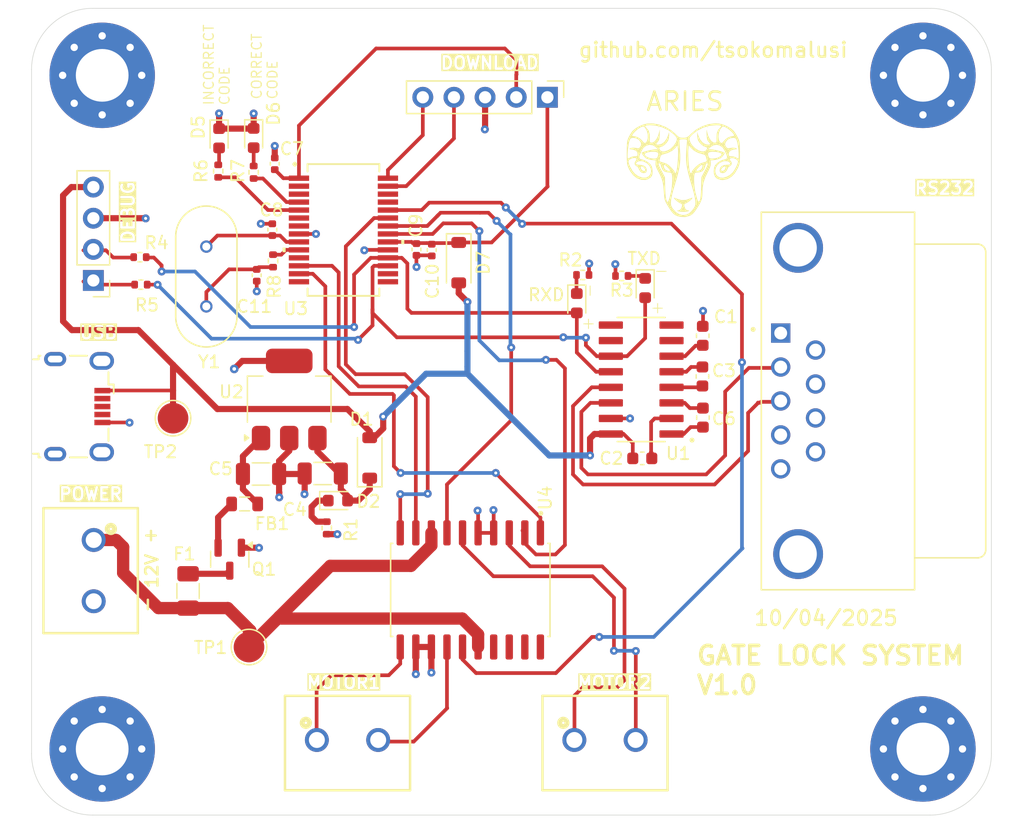
<source format=kicad_pcb>
(kicad_pcb (version 20241229) (generator "pcbnew") (generator_version "9.0")
  (layers (0 "F.Cu" signal) (4 "In1.Cu" signal) (6 "In2.Cu" signal) (2 "B.Cu" signal) (13 "F.Paste" user) (15 "B.Paste" user) (5 "F.SilkS" user "F.Silkscreen") (7 "B.SilkS" user "B.Silkscreen") (1 "F.Mask" user) (3 "B.Mask" user) (25 "Edge.Cuts" user))
  (net 0 "")
  (net 1 "Net-(U1-VS-)")
  (net 2 "GND")
  (net 3 "+5V")
  (net 4 "Net-(U1-VS+)")
  (net 5 "Net-(U1-C2+)")
  (net 6 "Net-(U1-C2-)")
  (net 7 "Net-(U2-IN)")
  (net 8 "Net-(U1-C1+)")
  (net 9 "Net-(U1-C1-)")
  (net 10 "MCLR")
  (net 11 "PIC_VDD")
  (net 12 "PIC_OSC1")
  (net 13 "Net-(C11-Pad1)")
  (net 14 "Net-(D1-K)")
  (net 15 "Net-(D2-K)")
  (net 16 "Net-(D3-K)")
  (net 17 "PIC_RXD")
  (net 18 "PIC_TXD")
  (net 19 "Net-(D4-K)")
  (net 20 "Net-(D5-A)")
  (net 21 "Net-(D6-A)")
  (net 22 "Net-(Q1-D)")
  (net 23 "+12V")
  (net 33 "RXD")
  (net 35 "TXD")
  (net 39 "ICSP_CLK")
  (net 40 "ICSP_DAT")
  (net 41 "Net-(J4-Pin_2)")
  (net 42 "Net-(J4-Pin_1)")
  (net 43 "Net-(M1-Pin_1)")
  (net 44 "Net-(M1-Pin_2)")
  (net 45 "Net-(M2-Pin_2)")
  (net 46 "Net-(M2-Pin_1)")
  (net 47 "GREEN")
  (net 48 "RED")
  (net 49 "PIC_OSC2")
  (net 59 "RB0")
  (net 60 "RB1")
  (net 61 "RB3")
  (net 62 "EN1.2")
  (net 65 "EN3.4")
  (net 67 "RB2")
  (net 70 "Net-(Q1-S)")
  (footprint "Connector_PinHeader_2.54mm:PinHeader_1x05_P2.54mm_Vertical" (layer "F.Cu") (at 140.65 76.8 -90)
    (property "Reference" "J2")
    (property "Value" "Conn_01x05_Pin")
  )
  (footprint "LED_SMD:LED_0603_1608Metric" (layer "F.Cu") (at 143.05 93.6075 -90)
    (property "Reference" "RXD")
    (property "Value" "BLUE")
  )
  (footprint "Fuse:Fuse_1206_3216Metric" (layer "F.Cu") (at 111.345 117.0875 90)
    (property "Reference" "F1")
    (property "Value" "250mA")
  )
  (footprint "Resistor_SMD:R_0402_1005Metric" (layer "F.Cu") (at 107.42 89.85)
    (property "Reference" "R4")
    (property "Value" "1K")
  )
  (footprint "KiCad_Footprint_logos:logo2" (layer "F.Cu") (at 152.070562 82.780752)
    (property "Reference" "G***" (hide yes))
    (property "Value" "LOGO" (hide yes))
  )
  (footprint "Connector_TE-Connectivity:691137710002" (layer "F.Cu") (at 124.35 129.25)
    (property "Reference" "M2")
    (property "Value" "Screw_Terminal_01x02")
  )
  (footprint "Resistor_SMD:R_0402_1005Metric" (layer "F.Cu") (at 146.715 91.38 180)
    (property "Reference" "R3")
    (property "Value" "1k")
  )
  (footprint "Capacitor_SMD:C_0402_1005Metric" (layer "F.Cu") (at 118.415 82.225 90)
    (property "Reference" "C7")
    (property "Value" "10n")
  )
  (footprint "Connector_Dsub:A-DF_09_A_KG-T4S" (layer "F.Cu") (at 159.68 96.045 90)
    (property "Reference" "J3")
    (property "Value" "DE9_Pins")
  )
  (footprint "Connector_TE-Connectivity:691137710002" (layer "F.Cu") (at 145.35 129.25)
    (property "Reference" "M1")
    (property "Value" "Screw_Terminal_01x02")
  )
  (footprint "MountingHole:MountingHole_4.3mm_M4_Pad_Via" (layer "F.Cu") (at 104.340419 75.010419)
    (property "Reference" "H2")
    (property "Value" "MountingHole_Pad")
  )
  (footprint "Resistor_SMD:R_0402_1005Metric" (layer "F.Cu") (at 118.275 90.155 -90)
    (property "Reference" "R8")
    (property "Value" "470R")
  )
  (footprint "Capacitor_SMD:C_1206_3216Metric" (layer "F.Cu") (at 122.33 107.505 180)
    (property "Reference" "C4")
    (property "Value" "10u")
  )
  (footprint "Capacitor_SMD:C_0402_1005Metric" (layer "F.Cu") (at 129.97 89.22 -90)
    (property "Reference" "C9")
    (property "Value" "100n")
  )
  (footprint "Resistor_SMD:R_0402_1005Metric" (layer "F.Cu") (at 107.5 92.09)
    (property "Reference" "R5")
    (property "Value" "1K")
  )
  (footprint "Resistor_SMD:R_0402_1005Metric" (layer "F.Cu") (at 143.535 91.3)
    (property "Reference" "R2")
    (property "Value" "1k")
  )
  (footprint "Resistor_SMD:R_0402_1005Metric" (layer "F.Cu") (at 122.655 111.945 -90)
    (property "Reference" "R1")
    (property "Value" "1k")
  )
  (footprint "Capacitor_SMD:C_1206_3216Metric" (layer "F.Cu") (at 117.295 107.545)
    (property "Reference" "C5")
    (property "Value" "0.1u")
  )
  (footprint "Inductor_SMD:L_0805_2012Metric" (layer "F.Cu") (at 115.96 109.99)
    (property "Reference" "FB1")
    (property "Value" "600 @100MHz")
  )
  (footprint "Package_TO_SOT_SMD:SOT-23" (layer "F.Cu") (at 114.745 114.495 -90)
    (property "Reference" "Q1")
    (property "Value" "AO3401A")
  )
  (footprint "Package_SO:SSOP28_MC_MCH" (layer "F.Cu") (at 124.017199 87.630001)
    (property "Reference" "U3")
    (property "Value" "PIC16F886-I/SS")
  )
  (footprint "TestPoint:TestPoint_Pad_D2.5mm" (layer "F.Cu") (at 110.12 102.99)
    (property "Reference" "TP2")
    (property "Value" "TestPoint")
  )
  (footprint "Capacitor_SMD:C_0603_1608Metric" (layer "F.Cu") (at 153.32 96.265 90)
    (property "Reference" "C1")
    (property "Value" "10u")
  )
  (footprint "Diode_SMD:D_SOD-123" (layer "F.Cu") (at 126.16 106.23 90)
    (property "Reference" "D1")
    (property "Value" "B5819W")
  )
  (footprint "Connector_TE-Connectivity:691137710002" (layer "F.Cu") (at 103.65 115.43 -90)
    (property "Reference" "12V1")
    (property "Value" "Screw_Terminal_01x02")
  )
  (footprint "Package_TO_SOT_SMD:SOT-223" (layer "F.Cu") (at 119.595 101.465 90)
    (property "Reference" "U2")
    (property "Value" "L7805")
  )
  (footprint "Capacitor_SMD:C_0603_1608Metric" (layer "F.Cu") (at 148.39 106.27)
    (property "Reference" "C2")
    (property "Value" "10u")
  )
  (footprint "Package_SO:SOIC127P600X175-16N" (layer "F.Cu") (at 148.3 99.835 180)
    (property "Reference" "U1")
    (property "Value" "MAX232")
  )
  (footprint "LED_SMD:LED_0603_1608Metric" (layer "F.Cu") (at 116.695 80.1275 -90)
    (property "Reference" "D6")
    (property "Value" "GREEN")
  )
  (footprint "Capacitor_SMD:C_0402_1005Metric" (layer "F.Cu") (at 116.945 91.325 -90)
    (property "Reference" "C11")
    (property "Value" "15p")
  )
  (footprint "Diode_SMD:D_SOD-123" (layer "F.Cu") (at 133.42 90.3 -90)
    (property "Reference" "D7")
    (property "Value" "MBR0520LT")
  )
  (footprint "LED_SMD:LED_0603_1608Metric" (layer "F.Cu") (at 123.565 109.715)
    (property "Reference" "D2")
    (property "Value" "RED")
  )
  (footprint "Resistor_SMD:R_0402_1005Metric" (layer "F.Cu") (at 116.695 82.92 90)
    (property "Reference" "R7")
    (property "Value" "1k")
  )
  (footprint "MountingHole:MountingHole_4.3mm_M4_Pad_Via" (layer "F.Cu") (at 171.28 129.985)
    (property "Reference" "H4")
    (property "Value" "MountingHole_Pad")
  )
  (footprint "Capacitor_SMD:C_0603_1608Metric" (layer "F.Cu") (at 153.295 99.585 90)
    (property "Reference" "C3")
    (property "Value" "10u")
  )
  (footprint "MountingHole:MountingHole_4.3mm_M4_Pad_Via" (layer "F.Cu") (at 171.28 75.010419)
    (property "Reference" "H1")
    (property "Value" "MountingHole_Pad")
  )
  (footprint "Resistor_SMD:R_0402_1005Metric" (layer "F.Cu") (at 113.805 82.825 90)
    (property "Reference" "R6")
    (property "Value" "1k")
  )
  (footprint "Connector_PinHeader_2.54mm:PinHeader_1x04_P2.54mm_Vertical" (layer "F.Cu") (at 103.62 91.75 180)
    (property "Reference" "J4")
    (property "Value" "Conn_01x04_Pin")
  )
  (footprint "LED_SMD:LED_0603_1608Metric" (layer "F.Cu") (at 148.625 92.3675 -90)
    (property "Reference" "TXD")
    (property "Value" "GREEN")
  )
  (footprint "TestPoint:TestPoint_Pad_D2.5mm" (layer "F.Cu") (at 116.315 121.6675)
    (property "Reference" "TP1")
    (property "Value" "TestPoint")
  )
  (footprint "Connector_USB:USB_Micro-B_Wuerth_629105150521" (layer "F.Cu") (at 102.455 102.04 -90)
    (property "Reference" "J1")
    (property "Value" "USB_B_Micro")
  )
  (footprint "Capacitor_SMD:C_0402_1005Metric" (layer "F.Cu") (at 118.215 87.605 90)
    (property "Reference" "C8")
    (property "Value" "15p")
  )
  (footprint "Capacitor_SMD:C_0402_1005Metric" (layer "F.Cu") (at 131.22 89.27 -90)
    (property "Reference" "C10")
    (property "Value" "10n")
  )
  (footprint "LED_SMD:LED_0603_1608Metric" (layer "F.Cu") (at 113.875 80.145 -90)
    (property "Reference" "D5")
    (property "Value" "RED")
  )
  (footprint "Package_SO:SOIC127P1032X265-20N" (layer "F.Cu") (at 134.365 117.005 -90)
    (property "Reference" "U4")
    (property "Value" "L293D")
  )
  (footprint "MountingHole:MountingHole_4.3mm_M4_Pad_Via" (layer "F.Cu") (at 104.340419 129.985)
    (property "Reference" "H3")
    (property "Value" "MountingHole_Pad")
  )
  (footprint "Connector_Dsub:XTAL_HC49P488W46L1150T500H350" (layer "F.Cu") (at 112.835 91.4275 90)
    (property "Reference" "Y1")
    (property "Value" "20MHz")
  )
  (footprint "Capacitor_SMD:C_0603_1608Metric" (layer "F.Cu") (at 153.335 102.94 90)
    (property "Reference" "C6")
    (property "Value" "10u")
  )
  (gr_arc (start 103.58 135.38) (mid 100.044466 133.915534) (end 98.58 130.38) (stroke (width 0.05)) (layer "Edge.Cuts"))
  (gr_line (start 103.58 69.54) (end 171.86 69.54) (stroke (width 0.05)) (layer "Edge.Cuts"))
  (gr_arc (start 98.58 74.54) (mid 100.044466 71.004466) (end 103.58 69.54) (stroke (width 0.05)) (layer "Edge.Cuts"))
  (gr_line (start 176.86 74.54) (end 176.86 130.38) (stroke (width 0.05)) (layer "Edge.Cuts"))
  (gr_arc (start 171.86 69.54) (mid 175.395534 71.004466) (end 176.86 74.54) (stroke (width 0.05)) (layer "Edge.Cuts"))
  (gr_line (start 171.86 135.38) (end 103.58 135.38) (stroke (width 0.05)) (layer "Edge.Cuts"))
  (gr_arc (start 176.86 130.38) (mid 175.395534 133.915534) (end 171.86 135.38) (stroke (width 0.05)) (layer "Edge.Cuts"))
  (gr_line (start 98.58 130.38) (end 98.58 74.54) (stroke (width 0.05)) (layer "Edge.Cuts"))
  (gr_text "USB" (at 102.4 96.6 0) (layer "F.SilkS" knockout) (effects (font (size 1 1) (thickness 0.2) (bold yes)) (justify left bottom)))
  (gr_text "GATE LOCK SYSTEM\nV1.0" (at 152.68 125.65 0) (layer "F.SilkS") (effects (font (size 1.5 1.5) (thickness 0.3) (bold yes)) (justify left bottom)))
  (gr_text "INCORRECT\nCODE" (at 114.79 77.51 90) (layer "F.SilkS") (effects (font (size 0.8 0.8) (thickness 0.1)) (justify left bottom)))
  (gr_text "10/04/2025" (at 157.42 120 0) (layer "F.SilkS") (effects (font (size 1.2 1.2) (thickness 0.2) (bold yes)) (justify left bottom)))
  (gr_text "github.com/tsokomalusi" (at 143.1 73.64 0) (layer "F.SilkS") (effects (font (size 1.2 1.2) (thickness 0.2) (bold yes)) (justify left bottom)))
  (gr_text "-" (at 150.62 90.5 180) (layer "F.SilkS") (effects (font (size 1 1) (thickness 0.08)) (justify left bottom)))
  (gr_text "RS232" (at 170.5 84.8 0) (layer "F.SilkS" knockout) (effects (font (size 1 1) (thickness 0.2) (bold yes)) (justify left bottom)))
  (gr_text "12V" (at 108.98 116.98 90) (layer "F.SilkS") (effects (font (size 1 1) (thickness 0.2) (bold yes)) (justify left bottom)))
  (gr_text "DOWNLOAD" (at 131.84 74.59 0) (layer "F.SilkS" knockout) (effects (font (size 1 1) (thickness 0.2) (bold yes)) (justify left bottom)))
  (gr_text "-" (at 143.63 91.91 270) (layer "F.SilkS") (effects (font (size 1 1) (thickness 0.08)) (justify left bottom)))
  (gr_text "MOTOR2" (at 143.01 125.15 0) (layer "F.SilkS" knockout) (effects (font (size 1 1) (thickness 0.2) (bold yes)) (justify left bottom)))
  (gr_text "+" (at 148.97 94.52 0) (layer "F.SilkS") (effects (font (size 1 1) (thickness 0.08)) (justify left bottom)))
  (gr_text "DEBUG" (at 107.04 88.79 90) (layer "F.SilkS" knockout) (effects (font (size 1 1) (thickness 0.2) (bold yes)) (justify left bottom)))
  (gr_text "MOTOR1" (at 120.92 125.15 0) (layer "F.SilkS" knockout) (effects (font (size 1 1) (thickness 0.2) (bold yes)) (justify left bottom)))
  (gr_text "CORRECT\nCODE" (at 118.7 77.03 90) (layer "F.SilkS") (effects (font (size 0.8 0.8) (thickness 0.1)) (justify left bottom)))
  (gr_text "ARIES" (at 148.6 78.02 0) (layer "F.SilkS") (effects (font (size 1.5 1.5) (thickness 0.2) (bold yes)) (justify left bottom)))
  (gr_text "+" (at 143.33 95.8 0) (layer "F.SilkS") (effects (font (size 1 1) (thickness 0.08)) (justify left bottom)))
  (gr_text "POWER" (at 100.72 109.76 0) (layer "F.SilkS" knockout) (effects (font (size 1 1) (thickness 0.2) (bold yes)) (justify left bottom)))
  (gr_text "-" (at 108.58 118.94 90) (layer "F.SilkS") (effects (font (size 1 1) (thickness 0.2) (bold yes)) (justify left bottom)))
  (gr_text "." (at 119.44 82.61 0) (layer "F.SilkS") (effects (font (size 2 2) (thickness 0.2) (bold yes)) (justify left bottom)))
  (gr_text "+" (at 107.57 113.08 0) (layer "F.SilkS") (effects (font (size 1 1) (thickness 0.2) (bold yes)) (justify left bottom)))
  (segment (start 150.775 97.93) (end 151.88 97.93) (width 0.3) (layer "F.Cu") (net 1))
  (segment (start 152.735 97.075) (end 153.345 97.075) (width 0.3) (layer "F.Cu") (net 1))
  (segment (start 151.88 97.93) (end 152.735 97.075) (width 0.3) (layer "F.Cu") (net 1))
  (segment (start 113.875 79.3575) (end 113.875 78.115) (width 0.5) (layer "F.Cu") (net 2))
  (segment (start 121.775001 87.954999) (end 121.8 87.93) (width 0.3) (layer "F.Cu") (net 2))
  (segment (start 116.695 78.125) (end 116.65 78.08) (width 0.5) (layer "F.Cu") (net 2))
  (segment (start 107.885 86.685) (end 107.94 86.74) (width 0.5) (layer "F.Cu") (net 2))
  (segment (start 118.415 81.745) (end 118.415 80.775) (width 0.5) (layer "F.Cu") (net 2))
  (segment (start 153.345 94.235) (end 153.34 94.23) (width 0.3) (layer "F.Cu") (net 2))
  (segment (start 144.045 91.3) (end 144.045 90.385) (width 0.3) (layer "F.Cu") (net 2))
  (segment (start 119.595 104.615) (end 119.595 104.395) (width 0.5) (layer "F.Cu") (net 2))
  (segment (start 117.285 87.125) (end 117.28 87.12) (width 0.3) (layer "F.Cu") (net 2))
  (segment (start 106.56 103.34) (end 106.57 103.35) (width 0.3) (layer "F.Cu") (net 2))
  (segment (start 135.57 76.8) (end 135.57 79.4) (width 0.5) (layer "F.Cu") (net 2))
  (segment (start 115.765 98.315) (end 115.11 98.97) (width 0.5) (layer "F.Cu") (net 2))
  (segment (start 103.62 86.67) (end 107.87 86.67) (width 0.5) (layer "F.Cu") (net 2))
  (segment (start 123.515 112.455) (end 123.52 112.46) (width 0.5) (layer "F.Cu") (net 2))
  (segment (start 135 112.35) (end 136.27 112.35) (width 0.3) (layer "F.Cu") (net 2))
  (segment (start 131.17 89.7) (end 131.22 89.75) (width 0.3) (layer "F.Cu") (net 2))
  (segment (start 136.27 110.51) (end 136.25 110.49) (width 0.3) (layer "F.Cu") (net 2))
  (segment (start 117.1175 113.5575) (end 117.13 113.57) (width 0.5) (layer "F.Cu") (net 2))
  (segment (start 146.205 91.38) (end 146.205 90.435) (width 0.3) (layer "F.Cu") (net 2))
  (segment (start 147.39 103.01) (end 147.41 102.99) (width 0.3) (layer "F.Cu") (net 2))
  (segment (start 125.754998 89.255002) (end 125.72 89.29) (width 0.3) (layer "F.Cu") (net 2))
  (segment (start 116.6775 79.3575) (end 116.695 79.34) (width 0.5) (layer "F.Cu") (net 2))
  (segment (start 153.345 95.525) (end 153.345 94.235) (width 0.3) (layer "F.Cu") (net 2))
  (segment (start 119.595 98.315) (end 115.765 98.315) (width 0.5) (layer "F.Cu") (net 2))
  (segment (start 120.815 107.545) (end 120.855 107.505) (width 0.5) (layer "F.Cu") (net 2))
  (segment (start 116.695 79.34) (end 116.695 78.125) (width 0.5) (layer "F.Cu") (net 2))
  (segment (start 116.945 92.635) (end 116.95 92.64) (width 0.3) (layer "F.Cu") (net 2))
  (segment (start 115.695 113.5575) (end 117.1175 113.5575) (width 0.5) (layer "F.Cu") (net 2))
  (segment (start 113.875 79.3575) (end 116.6775 79.3575) (width 0.5) (layer "F.Cu") (net 2))
  (segment (start 118.77 107.545) (end 118.77 106.48) (width 0.5) (layer "F.Cu") (net 2))
  (segment (start 118.215 87.125) (end 117.285 87.125) (width 0.3) (layer "F.Cu") (net 2))
  (segment (start 129.97 90.64) (end 129.98 90.65) (width 0.3) (layer "F.Cu") (net 2))
  (segment (start 120.855 109.175) (end 120.84 109.19) (width 0.5) (layer "F.Cu") (net 2))
  (segment (start 136.27 112.35) (end 136.27 110.51) (width 0.3) (layer "F.Cu") (net 2))
  (segment (start 131.19 121.66) (end 131.19 123.75) (width 0.5) (layer "F.Cu") (net 2))
  (segment (start 135 110.57) (end 134.96 110.53) (width 0.3) (layer "F.Cu") (net 2))
  (segment (start 113.875 78.115) (end 113.86 78.1) (width 0.5) (layer "F.Cu") (net 2))
  (segment (start 144.045 90.385) (end 144.06 90.37) (width 0.3) (layer "F.Cu") (net 2))
  (segment (start 118.77 106.48) (end 119.595 105.655) (width 0.5) (layer "F.Cu") (net 2))
  (segment (start 107.87 86.67) (end 107.885 86.685) (width 0.5) (layer "F.Cu") (net 2))
  (segment (start 127.645 89.255002) (end 125.754998 89.255002) (width 0.3) (layer "F.Cu") (net 2))
  (segment (start 145.825 103.01) (end 147.39 103.01) (width 0.3) (layer "F.Cu") (net 2))
  (segment (start 129.92 123.88) (end 129.92 121.66) (width 0.5) (layer "F.Cu") (net 2))
  (segment (start 120.855 107.505) (end 120.855 109.175) (width 0.5) (layer "F.Cu") (net 2))
  (segment (start 122.655 112.455) (end 123.515 112.455) (width 0.5) (layer "F.Cu") (net 2))
  (segment (start 118.77 107.545) (end 120.815 107.545) (width 0.5) (layer "F.Cu") (net 2))
  (segment (start 118.78 109.05) (end 118.77 109.04) (width 0.5) (layer "F.Cu") (net 2))
  (segment (start 104.355 103.34) (end 106.56 103.34) (width 0.3) (layer "F.Cu") (net 2))
  (segment (start 119.595 105.655) (end 119.595 104.615) (width 0.5) (layer "F.Cu") (net 2))
  (segment (start 129.97 89.7) (end 129.97 90.64) (width 0.3) (layer "F.Cu") (net 2))
  (segment (start 120.389398 87.954999) (end 121.775001 87.954999) (width 0.3) (layer "F.Cu") (net 2))
  (segment (start 129.97 89.7) (end 131.17 89.7) (width 0.3) (layer "F.Cu") (net 2))
  (segment (start 118.415 80.775) (end 118.39 80.75) (width 0.5) (layer "F.Cu") (net 2))
  (segment (start 135 112.35) (end 135 110.57) (width 0.3) (layer "F.Cu") (net 2))
  (segment (start 116.945 91.805) (end 116.945 92.635) (width 0.3) (layer "F.Cu") (net 2))
  (segment (start 118.78 109.45) (end 118.78 109.05) (width 0.5) (layer "F.Cu") (net 2))
  (segment (start 135.57 79.4) (end 135.55 79.42) (width 0.5) (layer "F.Cu") (net 2))
  (segment (start 146.205 90.435) (end 146.19 90.42) (width 0.3) (layer "F.Cu") (net 2))
  (segment (start 118.77 109.04) (end 118.77 107.545) (width 0.5) (layer "F.Cu") (net 2))
  (segment (start 129.92 121.66) (end 131.19 121.66) (width 0.5) (layer "F.Cu") (net 2))
  (via (at 144.06 90.37) (size 0.65) (drill 0.25) (layers "F.Cu" "B.Cu") (net 2))
  (via (at 116.95 92.64) (size 0.65) (drill 0.25) (layers "F.Cu" "B.Cu") (net 2))
  (via (at 107.885 86.685) (size 0.65) (drill 0.25) (layers "F.Cu" "B.Cu") (net 2))
  (via (at 120.84 109.19) (size 0.65) (drill 0.25) (layers "F.Cu" "B.Cu") (net 2))
  (via (at 131.19 123.75) (size 0.65) (drill 0.25) (layers "F.Cu" "B.Cu") (net 2))
  (via (at 153.345 94.235) (size 0.65) (drill 0.25) (layers "F.Cu" "B.Cu") (net 2))
  (via (at 135.55 79.42) (size 0.65) (drill 0.25) (layers "F.Cu" "B.Cu") (net 2))
  (via (at 134.96 110.53) (size 0.65) (drill 0.25) (layers "F.Cu" "B.Cu") (net 2))
  (via (at 136.25 110.49) (size 0.65) (drill 0.25) (layers "F.Cu" "B.Cu") (net 2))
  (via (at 117.13 113.57) (size 0.65) (drill 0.25) (layers "F.Cu" "B.Cu") (net 2))
  (via (at 129.98 90.65) (size 0.65) (drill 0.25) (layers "F.Cu" "B.Cu") (net 2))
  (via (at 129.92 123.88) (size 0.65) (drill 0.25) (layers "F.Cu" "B.Cu") (net 2))
  (via (at 146.19 90.42) (size 0.65) (drill 0.25) (layers "F.Cu" "B.Cu") (net 2))
  (via (at 123.52 112.46) (size 0.65) (drill 0.25) (layers "F.Cu" "B.Cu") (net 2))
  (via (at 118.415 80.775) (size 0.65) (drill 0.25) (layers "F.Cu" "B.Cu") (net 2))
  (via (at 118.78 109.45) (size 0.65) (drill 0.25) (layers "F.Cu" "B.Cu") (net 2))
  (via (at 116.695 78.125) (size 0.65) (drill 0.25) (layers "F.Cu" "B.Cu") (net 2))
  (via (at 106.57 103.35) (size 0.65) (drill 0.25) (layers "F.Cu" "B.Cu") (net 2))
  (via (at 121.775001 87.954999) (size 0.65) (drill 0.25) (layers "F.Cu" "B.Cu") (net 2))
  (via (at 147.39 103.01) (size 0.65) (drill 0.25) (layers "F.Cu" "B.Cu") (net 2))
  (via (at 117.28 87.12) (size 0.65) (drill 0.25) (layers "F.Cu" "B.Cu") (net 2))
  (via (at 113.875 78.115) (size 0.65) (drill 0.25) (layers "F.Cu" "B.Cu") (net 2))
  (via (at 125.72 89.29) (size 0.65) (drill 0.25) (layers "F.Cu" "B.Cu") (net 2))
  (via (at 115.11 98.97) (size 0.7) (drill 0.3) (layers "F.Cu" "B.Cu") (net 2))
  (segment (start 126.16 104.06) (end 124.34 102.24) (width 0.5) (layer "F.Cu") (net 3))
  (segment (start 101.87 95.8) (end 107.29 95.8) (width 0.5) (layer "F.Cu") (net 3))
  (segment (start 133.42 92.79) (end 134.13 93.5) (width 0.5) (layer "F.Cu") (net 3))
  (segment (start 101.15 84.81) (end 101.15 95.08) (width 0.5) (layer "F.Cu") (net 3))
  (segment (start 104.355 100.74) (end 104.365 100.73) (width 0.3) (layer "F.Cu") (net 3))
  (segment (start 126.51 104.58) (end 127.26 103.83) (width 0.5) (layer "F.Cu") (net 3))
  (segment (start 110.12 101.48) (end 110.12 102.99) (width 0.3) (layer "F.Cu") (net 3))
  (segment (start 101.15 95.08) (end 101.87 95.8) (width 0.5) (layer "F.Cu") (net 3))
  (segment (start 103.62 84.13) (end 101.83 84.13) (width 0.5) (layer "F.Cu") (net 3))
  (segment (start 107.29 95.8) (end 110.12 98.63) (width 0.5) (layer "F.Cu") (net 3))
  (segment (start 144.49 104.28) (end 144.13 104.64) (width 0.5) (layer "F.Cu") (net 3))
  (segment (start 126.16 104.58) (end 126.51 104.58) (width 0.5) (layer "F.Cu") (net 3))
  (segment (start 147.615 106.27) (end 147.615 105.025) (width 0.3) (layer "F.Cu") (net 3))
  (segment (start 127.26 103.83) (end 127.26 102.86) (width 0.5) (layer "F.Cu") (net 3))
  (segment (start 110.17 101.23) (end 110.12 101.28) (width 0.3) (layer "F.Cu") (net 3))
  (segment (start 104.365 100.73) (end 110.12 100.73) (width 0.3) (layer "F.Cu") (net 3))
  (segment (start 133.42 91.95) (end 133.42 92.79) (width 0.5) (layer "F.Cu") (net 3))
  (segment (start 147.615 105.025) (end 146.84 104.25) (width 0.3) (layer "F.Cu") (net 3))
  (segment (start 110.12 100.73) (end 110.12 102.99) (width 0.5) (layer "F.Cu") (net 3))
  (segment (start 101.83 84.13) (end 101.15 84.81) (width 0.5) (layer "F.Cu") (net 3))
  (segment (start 126.16 104.58) (end 126.16 104.06) (width 0.5) (layer "F.Cu") (net 3))
  (segment (start 124.34 102.24) (end 113.73 102.24) (width 0.5) (layer "F.Cu") (net 3))
  (segment (start 113.73 102.24) (end 110.12 98.63) (width 0.5) (layer "F.Cu") (net 3))
  (segment (start 110.12 98.63) (end 110.12 100.73) (width 0.5) (layer "F.Cu") (net 3))
  (segment (start 110.12 101.28) (end 110.12 101.48) (width 0.3) (layer "F.Cu") (net 3))
  (segment (start 145.825 104.28) (end 144.49 104.28) (width 0.5) (layer "F.Cu") (net 3))
  (segment (start 144.13 104.64) (end 144.13 106.03) (width 0.5) (layer "F.Cu") (net 3))
  (via (at 134.13 93.5) (size 0.65) (drill 0.25) (layers "F.Cu" "B.Cu") (net 3))
  (via (at 127.26 102.86) (size 0.65) (drill 0.3) (layers "F.Cu" "B.Cu") (net 3))
  (via (at 144.13 106.03) (size 0.65) (drill 0.25) (layers "F.Cu" "B.Cu") (net 3))
  (segment (start 130.76 99.36) (end 127.26 102.86) (width 0.5) (layer "B.Cu") (net 3))
  (segment (start 140.8 106.03) (end 144.13 106.03) (width 0.5) (layer "B.Cu") (net 3))
  (segment (start 134.13 99.36) (end 130.76 99.36) (width 0.5) (layer "B.Cu") (net 3))
  (segment (start 134.13 93.5) (end 134.13 97.52) (width 0.5) (layer "B.Cu") (net 3))
  (segment (start 134.13 98.78) (end 134.13 99.36) (width 0.5) (layer "B.Cu") (net 3))
  (segment (start 134.13 99.36) (end 140.8 106.03) (width 0.5) (layer "B.Cu") (net 3))
  (segment (start 134.13 97.52) (end 134.13 98.78) (width 0.5) (layer "B.Cu") (net 3))
  (segment (start 150.775 103.01) (end 149.4 103.01) (width 0.3) (layer "F.Cu") (net 4))
  (segment (start 149.11 103.3) (end 149.11 105.75) (width 0.3) (layer "F.Cu") (net 4))
  (segment (start 149.165 105.825) (end 149.165 106.27) (width 0.3) (layer "F.Cu") (net 4))
  (segment (start 149.11 105.75) (end 149.1 105.76) (width 0.3) (layer "F.Cu") (net 4))
  (segment (start 149.4 103.01) (end 149.11 103.3) (width 0.3) (layer "F.Cu") (net 4))
  (segment (start 149.1 105.76) (end 149.165 105.825) (width 0.3) (layer "F.Cu") (net 4))
  (segment (start 150.775 100.47) (end 153.185 100.47) (width 0.3) (layer "F.Cu") (net 5))
  (segment (start 153.185 100.47) (end 153.295 100.36) (width 0.3) (layer "F.Cu") (net 5))
  (segment (start 151.98 99.2) (end 152.37 98.81) (width 0.3) (layer "F.Cu") (net 6))
  (segment (start 150.775 99.2) (end 151.98 99.2) (width 0.3) (layer "F.Cu") (net 6))
  (segment (start 152.37 98.81) (end 153.295 98.81) (width 0.3) (layer "F.Cu") (net 6))
  (segment (start 115.82 108.7875) (end 117.0225 109.99) (width 0.5) (layer "F.Cu") (net 7))
  (segment (start 115.82 107.545) (end 115.82 108.7875) (width 0.5) (layer "F.Cu") (net 7))
  (segment (start 115.82 106.09) (end 117.295 104.615) (width 0.5) (layer "F.Cu") (net 7))
  (segment (start 115.82 107.545) (end 115.82 106.09) (width 0.5) (layer "F.Cu") (net 7))
  (segment (start 150.775 104.28) (end 151.77 104.28) (width 0.3) (layer "F.Cu") (net 8))
  (segment (start 151.77 104.28) (end 152.335 103.715) (width 0.3) (layer "F.Cu") (net 8))
  (segment (start 152.335 103.715) (end 153.335 103.715) (width 0.3) (layer "F.Cu") (net 8))
  (segment (start 151.85 101.74) (end 152.275 102.165) (width 0.3) (layer "F.Cu") (net 9))
  (segment (start 150.775 101.74) (end 151.85 101.74) (width 0.3) (layer "F.Cu") (net 9))
  (segment (start 152.275 102.165) (end 153.335 102.165) (width 0.3) (layer "F.Cu") (net 9))
  (segment (start 119.115001 83.405001) (end 118.415 82.705) (width 0.3) (layer "F.Cu") (net 10))
  (segment (start 120.389398 79.110602) (end 126.68 72.82) (width 0.3) (layer "F.Cu") (net 10))
  (segment (start 138.13 74.94) (end 138.11 74.96) (width 0.3) (layer "F.Cu") (net 10))
  (segment (start 138.13 73.77) (end 138.13 74.94) (width 0.3) (layer "F.Cu") (net 10))
  (segment (start 126.68 72.82) (end 137.18 72.82) (width 0.3) (layer "F.Cu") (net 10))
  (segment (start 138.11 74.96) (end 138.11 76.8) (width 0.3) (layer "F.Cu") (net 10))
  (segment (start 137.18 72.82) (end 138.13 73.77) (width 0.3) (layer "F.Cu") (net 10))
  (segment (start 120.389398 83.405001) (end 119.115001 83.405001) (width 0.3) (layer "F.Cu") (net 10))
  (segment (start 120.389398 83.405001) (end 120.389398 79.110602) (width 0.3) (layer "F.Cu") (net 10))
  (segment (start 140.65 84.06) (end 140.65 76.8) (width 0.3) (layer "F.Cu") (net 11))
  (segment (start 133.73 88.7) (end 133.74 88.69) (width 0.3) (layer "F.Cu") (net 11))
  (segment (start 140.67 84.08) (end 140.65 84.06) (width 0.3) (layer "F.Cu") (net 11))
  (segment (start 133.42 88.65) (end 136.1 88.65) (width 0.3) (layer "F.Cu") (net 11))
  (segment (start 129.67 88.7) (end 130.81 88.7) (width 0.3) (layer "F.Cu") (net 11))
  (segment (start 136.1 88.65) (end 140.67 84.08) (width 0.3) (layer "F.Cu") (net 11))
  (segment (start 130.81 88.7) (end 133.73 88.7) (width 0.3) (layer "F.Cu") (net 11))
  (segment (start 129.575 88.605) (end 129.67 88.7) (width 0.3) (layer "F.Cu") (net 11))
  (segment (start 127.645 88.605) (end 129.575 88.605) (width 0.3) (layer "F.Cu") (net 11))
  (segment (start 118.215 88.085) (end 113.7375 88.085) (width 0.3) (layer "F.Cu") (net 12))
  (segment (start 113.7375 88.085) (end 112.835 88.9875) (width 0.3) (layer "F.Cu") (net 12))
  (segment (start 120.389398 88.605) (end 119.365 88.605) (width 0.3) (layer "F.Cu") (net 12))
  (segment (start 118.845 88.085) (end 118.215 88.085) (width 0.3) (layer "F.Cu") (net 12))
  (segment (start 119.365 88.605) (end 118.845 88.085) (width 0.3) (layer "F.Cu") (net 12))
  (segment (start 116.945 90.845) (end 114.685 90.845) (width 0.3) (layer "F.Cu") (net 13))
  (segment (start 112.835 92.695) (end 112.835 93.8675) (width 0.3) (layer "F.Cu") (net 13))
  (segment (start 117.125 90.665) (end 116.945 90.845) (width 0.3) (layer "F.Cu") (net 13))
  (segment (start 114.685 90.845) (end 112.835 92.695) (width 0.3) (layer "F.Cu") (net 13))
  (segment (start 118.275 90.665) (end 117.125 90.665) (width 0.3) (layer "F.Cu") (net 13))
  (segment (start 123.695 107.505) (end 121.895 105.705) (width 0.5) (layer "F.Cu") (net 14))
  (segment (start 121.895 105.705) (end 121.895 104.615) (width 0.5) (layer "F.Cu") (net 14))
  (segment (start 126.16 108.78) (end 126.16 107.88) (width 0.5) (layer "F.Cu") (net 14))
  (segment (start 124.3525 109.715) (end 125.225 109.715) (width 0.5) (layer "F.Cu") (net 14))
  (segment (start 124.3525 109.715) (end 124.3525 109.3425) (width 0.5) (layer "F.Cu") (net 14))
  (segment (start 123.805 108.795) (end 123.805 107.505) (width 0.5) (layer "F.Cu") (net 14))
  (segment (start 125.225 109.715) (end 126.16 108.78) (width 0.5) (layer "F.Cu") (net 14))
  (segment (start 124.3525 109.3425) (end 123.805 108.795) (width 0.5) (layer "F.Cu") (net 14))
  (segment (start 123.805 107.505) (end 123.695 107.505) (width 0.5) (layer "F.Cu") (net 14))
  (segment (start 121.42 110.22) (end 121.42 111.01) (width 0.5) (layer "F.Cu") (net 15))
  (segment (start 121.925 109.715) (end 121.42 110.22) (width 0.5) (layer "F.Cu") (net 15))
  (segment (start 121.42 111.01) (end 121.845 111.435) (width 0.5) (layer "F.Cu") (net 15))
  (segment (start 121.845 111.435) (end 122.655 111.435) (width 0.5) (layer "F.Cu") (net 15))
  (segment (start 122.655 109.8375) (end 122.7775 109.715) (width 0.5) (layer "F.Cu") (net 15))
  (segment (start 122.7775 109.715) (end 121.925 109.715) (width 0.5) (layer "F.Cu") (net 15))
  (segment (start 143.025 92.795) (end 143.05 92.82) (width 0.3) (layer "F.Cu") (net 16))
  (segment (start 143.025 91.3) (end 143.025 92.795) (width 0.3) (layer "F.Cu") (net 16))
  (segment (start 129.565 94.395) (end 143.05 94.395) (width 0.3) (layer "F.Cu") (net 17))
  (segment (start 143.05 97.63) (end 144.62 99.2) (width 0.3) (layer "F.Cu") (net 17))
  (segment (start 126.245 89.905) (end 124.885 91.265) (width 0.3) (layer "F.Cu") (net 17))
  (segment (start 124.885 91.265) (end 124.885 95.55) (width 0.3) (layer "F.Cu") (net 17))
  (segment (start 126.245 89.905) (end 127.645 89.905) (width 0.3) (layer "F.Cu") (net 17))
  (segment (start 144.62 99.2) (end 145.825 99.2) (width 0.3) (layer "F.Cu") (net 17))
  (segment (start 129.23 94.06) (end 129.565 94.395) (width 0.3) (layer "F.Cu") (net 17))
  (segment (start 129.23 90.3622) (end 129.23 94.06) (width 0.3) (layer "F.Cu") (net 17))
  (segment (start 109.1 90.43) (end 109.19 90.52) (width 0.3) (layer "F.Cu") (net 17))
  (segment (start 107.91 89.88) (end 108.55 89.88) (width 0.3) (layer "F.Cu") (net 17))
  (segment (start 108.55 89.88) (end 109.1 90.43) (width 0.3) (layer "F.Cu") (net 17))
  (segment (start 128.7728 89.905) (end 129.23 90.3622) (width 0.3) (layer "F.Cu") (net 17))
  (segment (start 109.19 90.52) (end 109.19 91.02) (width 0.3) (layer "F.Cu") (net 17))
  (segment (start 127.645 89.905) (end 128.7728 89.905) (width 0.3) (layer "F.Cu") (net 17))
  (segment (start 143.05 94.395) (end 143.05 97.63) (width 0.3) (layer "F.Cu") (net 17))
  (via (at 109.19 91.02) (size 0.65) (drill 0.25) (layers "F.Cu" "B.Cu") (net 17))
  (via (at 124.885 95.55) (size 0.65) (drill 0.25) (layers "F.Cu" "B.Cu") (net 17))
  (segment (start 111.91 91.02) (end 109.19 91.02) (width 0.3) (layer "B.Cu") (net 17))
  (segment (start 116.44 95.55) (end 111.91 91.02) (width 0.3) (layer "B.Cu") (net 17))
  (segment (start 124.885 95.55) (end 116.44 95.55) (width 0.3) (layer "B.Cu") (net 17))
  (segment (start 126.39 94.41) (end 128.37 96.39) (width 0.3) (layer "F.Cu") (net 18))
  (segment (start 126.39 95.42) (end 126.39 94.12) (width 0.3) (layer "F.Cu") (net 18))
  (segment (start 145.825 97.93) (end 144.68 97.93) (width 0.3) (layer "F.Cu") (net 18))
  (segment (start 108.85 92.09) (end 108.86 92.1) (width 0.3) (layer "F.Cu") (net 18))
  (segment (start 143.79 97.04) (end 143.79 96.42) (width 0.3) (layer "F.Cu") (net 18))
  (segment (start 126.5172 90.555001) (end 126.39 90.682201) (width 0.3) (layer "F.Cu") (net 18))
  (segment (start 126.39 94.12) (end 126.39 94.41) (width 0.3) (layer "F.Cu") (net 18))
  (segment (start 128.37 96.39) (end 141.95 96.39) (width 0.3) (layer "F.Cu") (net 18))
  (segment (start 108.01 92.09) (end 108.85 92.09) (width 0.3) (layer "F.Cu") (net 18))
  (segment (start 148.625 96.455) (end 148.625 93.155) (width 0.3) (layer "F.Cu") (net 18))
  (segment (start 126.39 90.682201) (end 126.39 94.12) (width 0.3) (layer "F.Cu") (net 18))
  (segment (start 127.645 90.555001) (end 126.5172 90.555001) (width 0.3) (layer "F.Cu") (net 18))
  (segment (start 144.68 97.93) (end 144.05 97.3) (width 0.3) (layer "F.Cu") (net 18))
  (segment (start 147.15 97.93) (end 148.625 96.455) (width 0.3) (layer "F.Cu") (net 18))
  (segment (start 144.05 97.3) (end 143.79 97.04) (width 0.3) (layer "F.Cu") (net 18))
  (segment (start 125.21 96.6) (end 126.39 95.42) (width 0.3) (layer "F.Cu") (net 18))
  (segment (start 145.825 97.93) (end 147.15 97.93) (width 0.3) (layer "F.Cu") (net 18))
  (via (at 141.95 96.39) (size 0.65) (drill 0.25) (layers "F.Cu" "B.Cu") (net 18))
  (via (at 143.79 96.42) (size 0.65) (drill 0.25) (layers "F.Cu" "B.Cu") (net 18))
  (via (at 108.86 92.1) (size 0.65) (drill 0.25) (layers "F.Cu" "B.Cu") (net 18))
  (via (at 125.21 96.6) (size 0.65) (drill 0.25) (layers "F.Cu" "B.Cu") (net 18))
  (segment (start 143.79 96.42) (end 141.98 96.42) (width 0.3) (layer "B.Cu") (net 18))
  (segment (start 113.26 96.5) (end 108.86 92.1) (width 0.3) (layer "B.Cu") (net 18))
  (segment (start 141.98 96.42) (end 141.95 96.39) (width 0.3) (layer "B.Cu") (net 18))
  (segment (start 125.21 96.6) (end 125.11 96.5) (width 0.3) (layer "B.Cu") (net 18))
  (segment (start 125.11 96.5) (end 113.26 96.5) (width 0.3) (layer "B.Cu") (net 18))
  (segment (start 147.225 91.38) (end 148.425 91.38) (width 0.3) (layer "F.Cu") (net 19))
  (segment (start 148.425 91.38) (end 148.625 91.58) (width 0.3) (layer "F.Cu") (net 19))
  (segment (start 113.875 80.9325) (end 113.875 82.245) (width 0.3) (layer "F.Cu") (net 20))
  (segment (start 113.875 82.245) (end 113.805 82.315) (width 0.3) (layer "F.Cu") (net 20))
  (segment (start 116.695 80.915) (end 116.695 82.41) (width 0.3) (layer "F.Cu") (net 21))
  (segment (start 111.345 115.6875) (end 114.49 115.6875) (width 0.5) (layer "F.Cu") (net 22))
  (segment (start 114.49 115.6875) (end 114.745 115.4325) (width 0.5) (layer "F.Cu") (net 22))
  (segment (start 116.315 120.425) (end 116.315 121.6675) (width 1) (layer "F.Cu") (net 23))
  (segment (start 114.5875 118.4875) (end 116.42 120.32) (width 1) (layer "F.Cu") (net 23))
  (segment (start 118.96 119.34) (end 118.80125 119.18125) (width 1) (layer "F.Cu") (net 23))
  (segment (start 131.19 112.35) (end 131.19 113.374999) (width 1) (layer "F.Cu") (net 23))
  (segment (start 129.524999 115.04) (end 122.9425 115.04) (width 1) (layer "F.Cu") (net 23))
  (segment (start 111.345 118.4875) (end 114.5875 118.4875) (width 1) (layer "F.Cu") (net 23))
  (segment (start 135 120.635001) (end 133.704999 119.34) (width 1) (layer "F.Cu") (net 23))
  (segment (start 133.704999 119.34) (end 118.96 119.34) (width 1) (layer "F.Cu") (net 23))
  (segment (start 116.42 120.32) (end 116.315 120.425) (width 1) (layer "F.Cu") (net 23))
  (segment (start 118.80125 119.18125) (end 116.315 121.6675) (width 1) (layer "F.Cu") (net 23))
  (segment (start 131.19 113.374999) (end 129.524999 115.04) (width 1) (layer "F.Cu") (net 23))
  (segment (start 106.05 113.51) (end 105.47 112.93) (width 1) (layer "F.Cu") (net 23))
  (segment (start 111.345 118.4875) (end 108.9275 118.4875) (width 1) (layer "F.Cu") (net 23))
  (segment (start 122.9425 115.04) (end 118.80125 119.18125) (width 1) (layer "F.Cu") (net 23))
  (segment (start 106.05 115.61) (end 106.05 113.51) (width 1) (layer "F.Cu") (net 23))
  (segment (start 135 121.66) (end 135 120.635001) (width 1) (layer "F.Cu") (net 23))
  (segment (start 108.9275 118.4875) (end 106.05 115.61) (width 1) (layer "F.Cu") (net 23))
  (segment (start 105.47 112.93) (end 103.65 112.93) (width 1) (layer "F.Cu") (net 23))
  (segment (start 143.96 107.58) (end 143.42 107.04) (width 0.3) (layer "F.Cu") (net 33))
  (segment (start 155.15 100.82) (end 155.15 106.03) (width 0.3) (layer "F.Cu") (net 33))
  (segment (start 143.42 107.04) (end 143.42 102.48) (width 0.3) (layer "F.Cu") (net 33))
  (segment (start 157.085 98.885) (end 155.15 100.82) (width 0.3) (layer "F.Cu") (net 33))
  (segment (start 143.42 102.48) (end 144.16 101.74) (width 0.3) (layer "F.Cu") (net 33))
  (segment (start 159.71 98.885) (end 157.085 98.885) (width 0.3) (layer "F.Cu") (net 33))
  (segment (start 153.6 107.58) (end 143.96 107.58) (width 0.3) (layer "F.Cu") (net 33))
  (segment (start 155.15 106.03) (end 153.6 107.58) (width 0.3) (layer "F.Cu") (net 33))
  (segment (start 144.16 101.74) (end 145.825 101.74) (width 0.3) (layer "F.Cu") (net 33))
  (segment (start 158.075 101.655) (end 159.71 101.655) (width 0.3) (layer "F.Cu") (net 35))
  (segment (start 144.27 100.47) (end 142.74 102) (width 0.3) (layer "F.Cu") (net 35))
  (segment (start 157.02 102.56) (end 157.83 101.75) (width 0.3) (layer "F.Cu") (net 35))
  (segment (start 157.02 105.67) (end 157.02 102.56) (width 0.3) (layer "F.Cu") (net 35))
  (segment (start 142.74 102) (end 142.74 107.58) (width 0.3) (layer "F.Cu") (net 35))
  (segment (start 157.83 101.75) (end 157.83 101.72) (width 0.3) (layer "F.Cu") (net 35))
  (segment (start 157.83 101.72) (end 158.01 101.72) (width 0.3) (layer "F.Cu") (net 35))
  (segment (start 143.56 108.4) (end 154.29 108.4) (width 0.3) (layer "F.Cu") (net 35))
  (segment (start 154.29 108.4) (end 157.02 105.67) (width 0.3) (layer "F.Cu") (net 35))
  (segment (start 145.825 100.47) (end 144.27 100.47) (width 0.3) (layer "F.Cu") (net 35))
  (segment (start 142.74 107.58) (end 143.56 108.4) (width 0.3) (layer "F.Cu") (net 35))
  (segment (start 158.01 101.72) (end 158.075 101.655) (width 0.3) (layer "F.Cu") (net 35))
  (segment (start 127.645 84.055002) (end 129.134998 84.055002) (width 0.3) (layer "F.Cu") (net 39))
  (segment (start 133.03 80.16) (end 133.03 76.8) (width 0.3) (layer "F.Cu") (net 39))
  (segment (start 129.134998 84.055002) (end 133.03 80.16) (width 0.3) (layer "F.Cu") (net 39))
  (segment (start 127.645 82.735) (end 130.49 79.89) (width 0.3) (layer "F.Cu") (net 40))
  (segment (start 127.645 83.405001) (end 127.645 82.735) (width 0.3) (layer "F.Cu") (net 40))
  (segment (start 130.49 79.89) (end 130.49 76.8) (width 0.3) (layer "F.Cu") (net 40))
  (segment (start 106.89 89.88) (end 105.24 89.88) (width 0.3) (layer "F.Cu") (net 41))
  (segment (start 105.24 89.88) (end 104.65 89.29) (width 0.3) (layer "F.Cu") (net 41))
  (segment (start 104.65 89.29) (end 102.81 89.29) (width 0.3) (layer "F.Cu") (net 41))
  (segment (start 103.07 92.09) (end 102.81 91.83) (width 0.3) (layer "F.Cu") (net 42))
  (segment (start 106.99 92.09) (end 103.07 92.09) (width 0.3) (layer "F.Cu") (net 42))
  (segment (start 143.54 124.95) (end 142.86 125.63) (width 0.3) (layer "F.Cu") (net 43))
  (segment (start 142.86 125.63) (end 142.86 129.51) (width 0.3) (layer "F.Cu") (net 43))
  (segment (start 137.54 113.374999) (end 139.245001 115.08) (width 0.3) (layer "F.Cu") (net 43))
  (segment (start 137.54 112.35) (end 137.54 113.374999) (width 0.3) (layer "F.Cu") (net 43))
  (segment (start 145.12 115.08) (end 146.94 116.9) (width 0.3) (layer "F.Cu") (net 43))
  (segment (start 146.94 116.9) (end 146.94 124.37) (width 0.3) (layer "F.Cu") (net 43))
  (segment (start 139.245001 115.08) (end 145.12 115.08) (width 0.3) (layer "F.Cu") (net 43))
  (segment (start 146.94 124.37) (end 146.36 124.95) (width 0.3) (layer "F.Cu") (net 43))
  (segment (start 146.36 124.95) (end 143.54 124.95) (width 0.3) (layer "F.Cu") (net 43))
  (segment (start 147.86 129.51) (end 147.86 121.99) (width 0.3) (layer "F.Cu") (net 44))
  (segment (start 133.73 112.35) (end 133.73 113.374999) (width 0.3) (layer "F.Cu") (net 44))
  (segment (start 144.34 115.89) (end 146.08 117.63) (width 0.3) (layer "F.Cu") (net 44))
  (segment (start 136.245001 115.89) (end 144.34 115.89) (width 0.3) (layer "F.Cu") (net 44))
  (segment (start 146.08 117.63) (end 146.08 121.97) (width 0.3) (layer "F.Cu") (net 44))
  (segment (start 133.73 113.374999) (end 136.245001 115.89) (width 0.3) (layer "F.Cu") (net 44))
  (via (at 146.08 121.97) (size 0.65) (drill 0.25) (layers "F.Cu" "B.Cu") (net 44))
  (via (at 147.86 121.99) (size 0.65) (drill 0.25) (layers "F.Cu" "B.Cu") (net 44))
  (segment (start 146.08 121.97) (end 147.84 121.97) (width 0.3) (layer "B.Cu") (net 44))
  (segment (start 147.84 121.97) (end 147.86 121.99) (width 0.3) (layer "B.Cu") (net 44))
  (segment (start 132.48 126.65) (end 132.46 126.63) (width 0.3) (layer "F.Cu") (net 45))
  (segment (start 126.83 129.38) (end 129.75 129.38) (width 0.3) (layer "F.Cu") (net 45))
  (segment (start 129.75 129.38) (end 132.48 126.65) (width 0.3) (layer "F.Cu") (net 45))
  (segment (start 132.46 126.63) (end 132.46 121.66) (width 0.3) (layer "F.Cu") (net 45))
  (segment (start 127.71 123.97) (end 123.03 123.97) (width 0.3) (layer "F.Cu") (net 46))
  (segment (start 121.83 125.17) (end 121.83 129.38) (width 0.3) (layer "F.Cu") (net 46))
  (segment (start 128.65 121.66) (end 128.65 123.03) (width 0.3) (layer "F.Cu") (net 46))
  (segment (start 123.03 123.97) (end 121.83 125.17) (width 0.3) (layer "F.Cu") (net 46))
  (segment (start 128.65 123.03) (end 127.71 123.97) (width 0.3) (layer "F.Cu") (net 46))
  (segment (start 119.375002 85.355002) (end 117.45 83.43) (width 0.3) (layer "F.Cu") (net 47))
  (segment (start 120.389398 85.355002) (end 119.375002 85.355002) (width 0.3) (layer "F.Cu") (net 47))
  (segment (start 117.45 83.43) (end 116.695 83.43) (width 0.3) (layer "F.Cu") (net 47))
  (segment (start 120.389398 86.005) (end 117.865 86.005) (width 0.3) (layer "F.Cu") (net 48))
  (segment (start 115.195 83.335) (end 113.805 83.335) (width 0.3) (layer "F.Cu") (net 48))
  (segment (start 117.865 86.005) (end 115.195 83.335) (width 0.3) (layer "F.Cu") (net 48))
  (segment (start 118.945 89.645) (end 118.275 89.645) (width 0.3) (layer "F.Cu") (net 49))
  (segment (start 120.389398 89.254999) (end 119.335001 89.254999) (width 0.3) (layer "F.Cu") (net 49))
  (segment (start 119.335001 89.254999) (end 118.945 89.645) (width 0.3) (layer "F.Cu") (net 49))
  (segment (start 134.47 87.09) (end 135.1 87.72) (width 0.3) (layer "F.Cu") (net 59))
  (segment (start 142.08 98.92) (end 141.39 98.23) (width 0.3) (layer "F.Cu") (net 59))
  (segment (start 127.645 87.955002) (end 131.294998 87.955002) (width 0.3) (layer "F.Cu") (net 59))
  (segment (start 141.39 98.23) (end 140.53 98.23) (width 0.3) (layer "F.Cu") (net 59))
  (segment (start 142.08 113.34) (end 142.08 98.92) (width 0.3) (layer "F.Cu") (net 59))
  (segment (start 138.81 112.35) (end 138.81 113.2) (width 0.3) (layer "F.Cu") (net 59))
  (segment (start 139.72 114.11) (end 141.31 114.11) (width 0.3) (layer "F.Cu") (net 59))
  (segment (start 138.81 113.2) (end 139.72 114.11) (width 0.3) (layer "F.Cu") (net 59))
  (segment (start 141.31 114.11) (end 142.08 113.34) (width 0.3) (layer "F.Cu") (net 59))
  (segment (start 131.294998 87.955002) (end 132.16 87.09) (width 0.3) (layer "F.Cu") (net 59))
  (segment (start 138.81 112.35) (end 138.62 112.16) (width 0.3) (layer "F.Cu") (net 59))
  (segment (start 132.16 87.09) (end 134.47 87.09) (width 0.3) (layer "F.Cu") (net 59))
  (via (at 140.53 98.23) (size 0.65) (drill 0.25) (layers "F.Cu" "B.Cu") (net 59))
  (via (at 135.1 87.72) (size 0.65) (drill 0.25) (layers "F.Cu" "B.Cu") (net 59))
  (segment (start 140.23 98.23) (end 140.19 98.27) (width 0.3) (layer "B.Cu") (net 59))
  (segment (start 136.73 98.27) (end 135.1 96.64) (width 0.3) (layer "B.Cu") (net 59))
  (segment (start 140.53 98.23) (end 140.23 98.23) (width 0.3) (layer "B.Cu") (net 59))
  (segment (start 140.19 98.27) (end 136.73 98.27) (width 0.3) (layer "B.Cu") (net 59))
  (segment (start 135.1 96.64) (end 135.1 87.72) (width 0.3) (layer "B.Cu") (net 59))
  (segment (start 131.94 86.22) (end 135.16 86.22) (width 0.3) (layer "F.Cu") (net 60))
  (segment (start 131.665 86.495) (end 131.94 86.22) (width 0.3) (layer "F.Cu") (net 60))
  (segment (start 135.16 86.22) (end 135.84 86.22) (width 0.3) (layer "F.Cu") (net 60))
  (segment (start 137.7 103.16) (end 132.46 108.4) (width 0.3) (layer "F.Cu") (net 60))
  (segment (start 135.84 86.22) (end 136.51 86.89) (width 0.3) (layer "F.Cu") (net 60))
  (segment (start 137.7 97.22) (end 137.7 103.16) (width 0.3) (layer "F.Cu") (net 60))
  (segment (start 127.645 87.305) (end 130.855 87.305) (width 0.3) (layer "F.Cu") (net 60))
  (segment (start 132.46 108.4) (end 132.46 112.35) (width 0.3) (layer "F.Cu") (net 60))
  (segment (start 131.665 86.495) (end 131.76 86.4) (width 0.3) (layer "F.Cu") (net 60))
  (segment (start 130.855 87.305) (end 131.665 86.495) (width 0.3) (layer "F.Cu") (net 60))
  (segment (start 132.46 112.35) (end 132.46 111.37) (width 0.3) (layer "F.Cu") (net 60))
  (via (at 137.7 97.22) (size 0.65) (drill 0.25) (layers "F.Cu" "B.Cu") (net 60))
  (via (at 136.51 86.89) (size 0.65) (drill 0.25) (layers "F.Cu" "B.Cu") (net 60))
  (segment (start 137.64 97.16) (end 137.7 97.22) (width 0.3) (layer "B.Cu") (net 60))
  (segment (start 136.51 86.89) (end 137.61 87.99) (width 0.3) (layer "B.Cu") (net 60))
  (segment (start 137.61 87.99) (end 137.64 87.99) (width 0.3) (layer "B.Cu") (net 60))
  (segment (start 137.64 87.99) (end 137.64 97.16) (width 0.3) (layer "B.Cu") (net 60))
  (segment (start 141.34 123.79) (end 134.835001 123.79) (width 0.3) (layer "F.Cu") (net 61))
  (segment (start 136.86 85.4) (end 137.26 85.8) (width 0.3) (layer "F.Cu") (net 61))
  (segment (start 133.73 122.684999) (end 133.73 121.66) (width 0.3) (layer "F.Cu") (net 61))
  (segment (start 131.01 85.4) (end 136.86 85.4) (width 0.3) (layer "F.Cu") (net 61))
  (segment (start 144.88 120.84) (end 144.29 120.84) (width 0.3) (layer "F.Cu") (net 61))
  (segment (start 134.835001 123.79) (end 133.73 122.684999) (width 0.3) (layer "F.Cu") (net 61))
  (segment (start 156.52 98.43) (end 156.52 92.87) (width 0.3) (layer "F.Cu") (net 61))
  (segment (start 156.52 92.87) (end 150.76 87.11) (width 0.3) (layer "F.Cu") (net 61))
  (segment (start 127.645 86.005) (end 130.405 86.005) (width 0.3) (layer "F.Cu") (net 61))
  (segment (start 150.76 87.11) (end 138.61 87.11) (width 0.3) (layer "F.Cu") (net 61))
  (segment (start 138.61 87.11) (end 138.59 87.13) (width 0.3) (layer "F.Cu") (net 61))
  (segment (start 144.29 120.84) (end 141.34 123.79) (width 0.3) (layer "F.Cu") (net 61))
  (segment (start 130.405 86.005) (end 131.01 85.4) (width 0.3) (layer "F.Cu") (net 61))
  (via (at 144.88 120.84) (size 0.65) (drill 0.25) (layers "F.Cu" "B.Cu") (net 61))
  (via (at 138.59 87.13) (size 0.65) (drill 0.25) (layers "F.Cu" "B.Cu") (net 61))
  (via (at 156.52 98.43) (size 0.65) (drill 0.25) (layers "F.Cu" "B.Cu") (net 61))
  (via (at 137.26 85.8) (size 0.65) (drill 0.25) (layers "F.Cu" "B.Cu") (net 61))
  (segment (start 137.26 85.8) (end 138.59 87.13) (width 0.3) (layer "B.Cu") (net 61))
  (segment (start 156.52 98.78) (end 156.52 98.43) (width 0.3) (layer "B.Cu") (net 61))
  (segment (start 144.88 120.84) (end 149.33 120.84) (width 0.3) (layer "B.Cu") (net 61))
  (segment (start 156.52 113.57) (end 156.52 98.78) (width 0.3) (layer "B.Cu") (net 61))
  (segment (start 156.56 113.61) (end 156.52 113.57) (width 0.3) (layer "B.Cu") (net 61))
  (segment (start 149.33 120.84) (end 156.56 113.61) (width 0.3) (layer "B.Cu") (net 61))
  (segment (start 122.54 98.59) (end 122.54 99.01) (width 0.3) (layer "F.Cu") (net 62))
  (segment (start 120.389398 91.205) (end 121.517198 91.205) (width 0.3) (layer "F.Cu") (net 62))
  (segment (start 128.02 101.01) (end 128.13 101.12) (width 0.3) (layer "F.Cu") (net 62))
  (segment (start 140.08 112.35) (end 140.08 111.1) (width 0.3) (layer "F.Cu") (net 62))
  (segment (start 128.13 106.91) (end 128.68 107.46) (width 0.3) (layer "F.Cu") (net 62))
  (segment (start 124.54 101.01) (end 128.02 101.01) (width 0.3) (layer "F.Cu") (net 62))
  (segment (start 140.08 111.1) (end 136.44 107.46) (width 0.3) (layer "F.Cu") (net 62))
  (segment (start 128.13 101.12) (end 128.13 106.91) (width 0.3) (layer "F.Cu") (net 62))
  (segment (start 122.54 99.01) (end 124.54 101.01) (width 0.3) (layer "F.Cu") (net 62))
  (segment (start 122.54 92.227802) (end 122.54 98.59) (width 0.3) (layer "F.Cu") (net 62))
  (segment (start 121.517198 91.205) (end 122.54 92.227802) (width 0.3) (layer "F.Cu") (net 62))
  (via (at 136.44 107.46) (size 0.65) (drill 0.25) (layers "F.Cu" "B.Cu") (net 62))
  (via (at 128.68 107.46) (size 0.65) (drill 0.25) (layers "F.Cu" "B.Cu") (net 62))
  (segment (start 128.68 107.46) (end 136.44 107.46) (width 0.3) (layer "B.Cu") (net 62))
  (segment (start 123.63 98.76) (end 125.27 100.4) (width 0.3) (layer "F.Cu") (net 65))
  (segment (start 125.27 100.4) (end 129.09 100.4) (width 0.3) (layer "F.Cu") (net 65))
  (segment (start 129.09 100.4) (end 129.92 101.23) (width 0.3) (layer "F.Cu") (net 65))
  (segment (start 123.084999 90.554999) (end 123.63 91.1) (width 0.3) (layer "F.Cu") (net 65))
  (segment (start 129.92 101.23) (end 129.92 112.35) (width 0.3) (layer "F.Cu") (net 65))
  (segment (start 123.63 91.1) (end 123.63 98.76) (width 0.3) (layer "F.Cu") (net 65))
  (segment (start 120.389398 90.554999) (end 123.084999 90.554999) (width 0.3) (layer "F.Cu") (net 65))
  (segment (start 127.645 86.655002) (end 126.5172 86.655002) (width 0.3) (layer "F.Cu") (net 67))
  (segment (start 129.02 99.4) (end 130.89 101.27) (width 0.3) (layer "F.Cu") (net 67))
  (segment (start 125.01 99.4) (end 129.02 99.4) (width 0.3) (layer "F.Cu") (net 67))
  (segment (start 124.21 98.6) (end 125.01 99.4) (width 0.3) (layer "F.Cu") (net 67))
  (segment (start 130.89 109.15) (end 130.87 109.17) (width 0.3) (layer "F.Cu") (net 67))
  (segment (start 128.65 112.35) (end 128.65 109.19) (width 0.3) (layer "F.Cu") (net 67))
  (segment (start 126.5172 86.655002) (end 124.21 88.962202) (width 0.3) (layer "F.Cu") (net 67))
  (segment (start 130.89 101.27) (end 130.89 109.15) (width 0.3) (layer "F.Cu") (net 67))
  (segment (start 124.21 88.962202) (end 124.21 98.6) (width 0.3) (layer "F.Cu") (net 67))
  (via (at 128.65 109.19) (size 0.65) (drill 0.25) (layers "F.Cu" "B.Cu") (net 67))
  (via (at 130.89 109.15) (size 0.65) (drill 0.25) (layers "F.Cu" "B.Cu") (net 67))
  (segment (start 128.65 109.19) (end 130.85 109.19) (width 0.3) (layer "B.Cu") (net 67))
  (segment (start 130.85 109.19) (end 130.89 109.15) (width 0.3) (layer "B.Cu") (net 67))
  (segment (start 113.795 113.5575) (end 113.795 111.0925) (width 0.5) (layer "F.Cu") (net 70))
  (segment (start 113.795 111.0925) (end 114.8975 109.99) (width 0.5) (layer "F.Cu") (net 70))
)
</source>
